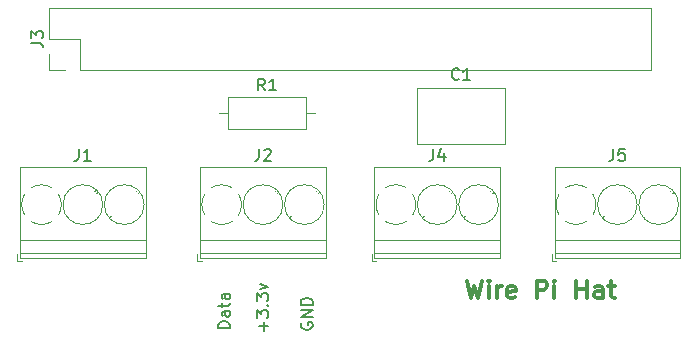
<source format=gbr>
%TF.GenerationSoftware,KiCad,Pcbnew,(5.1.8)-1*%
%TF.CreationDate,2022-03-17T13:58:37+00:00*%
%TF.ProjectId,wire_pi_hat,77697265-5f70-4695-9f68-61742e6b6963,rev?*%
%TF.SameCoordinates,Original*%
%TF.FileFunction,Legend,Top*%
%TF.FilePolarity,Positive*%
%FSLAX46Y46*%
G04 Gerber Fmt 4.6, Leading zero omitted, Abs format (unit mm)*
G04 Created by KiCad (PCBNEW (5.1.8)-1) date 2022-03-17 13:58:37*
%MOMM*%
%LPD*%
G01*
G04 APERTURE LIST*
%ADD10C,0.150000*%
%ADD11C,0.300000*%
%ADD12C,0.120000*%
G04 APERTURE END LIST*
D10*
X72202380Y-63452380D02*
X71202380Y-63452380D01*
X71202380Y-63214285D01*
X71250000Y-63071428D01*
X71345238Y-62976190D01*
X71440476Y-62928571D01*
X71630952Y-62880952D01*
X71773809Y-62880952D01*
X71964285Y-62928571D01*
X72059523Y-62976190D01*
X72154761Y-63071428D01*
X72202380Y-63214285D01*
X72202380Y-63452380D01*
X72202380Y-62023809D02*
X71678571Y-62023809D01*
X71583333Y-62071428D01*
X71535714Y-62166666D01*
X71535714Y-62357142D01*
X71583333Y-62452380D01*
X72154761Y-62023809D02*
X72202380Y-62119047D01*
X72202380Y-62357142D01*
X72154761Y-62452380D01*
X72059523Y-62500000D01*
X71964285Y-62500000D01*
X71869047Y-62452380D01*
X71821428Y-62357142D01*
X71821428Y-62119047D01*
X71773809Y-62023809D01*
X71535714Y-61690476D02*
X71535714Y-61309523D01*
X71202380Y-61547619D02*
X72059523Y-61547619D01*
X72154761Y-61500000D01*
X72202380Y-61404761D01*
X72202380Y-61309523D01*
X72202380Y-60547619D02*
X71678571Y-60547619D01*
X71583333Y-60595238D01*
X71535714Y-60690476D01*
X71535714Y-60880952D01*
X71583333Y-60976190D01*
X72154761Y-60547619D02*
X72202380Y-60642857D01*
X72202380Y-60880952D01*
X72154761Y-60976190D01*
X72059523Y-61023809D01*
X71964285Y-61023809D01*
X71869047Y-60976190D01*
X71821428Y-60880952D01*
X71821428Y-60642857D01*
X71773809Y-60547619D01*
X75071428Y-63702380D02*
X75071428Y-62940476D01*
X75452380Y-63321428D02*
X74690476Y-63321428D01*
X74452380Y-62559523D02*
X74452380Y-61940476D01*
X74833333Y-62273809D01*
X74833333Y-62130952D01*
X74880952Y-62035714D01*
X74928571Y-61988095D01*
X75023809Y-61940476D01*
X75261904Y-61940476D01*
X75357142Y-61988095D01*
X75404761Y-62035714D01*
X75452380Y-62130952D01*
X75452380Y-62416666D01*
X75404761Y-62511904D01*
X75357142Y-62559523D01*
X75357142Y-61511904D02*
X75404761Y-61464285D01*
X75452380Y-61511904D01*
X75404761Y-61559523D01*
X75357142Y-61511904D01*
X75452380Y-61511904D01*
X74452380Y-61130952D02*
X74452380Y-60511904D01*
X74833333Y-60845238D01*
X74833333Y-60702380D01*
X74880952Y-60607142D01*
X74928571Y-60559523D01*
X75023809Y-60511904D01*
X75261904Y-60511904D01*
X75357142Y-60559523D01*
X75404761Y-60607142D01*
X75452380Y-60702380D01*
X75452380Y-60988095D01*
X75404761Y-61083333D01*
X75357142Y-61130952D01*
X74785714Y-60178571D02*
X75452380Y-59940476D01*
X74785714Y-59702380D01*
X78250000Y-63011904D02*
X78202380Y-63107142D01*
X78202380Y-63250000D01*
X78250000Y-63392857D01*
X78345238Y-63488095D01*
X78440476Y-63535714D01*
X78630952Y-63583333D01*
X78773809Y-63583333D01*
X78964285Y-63535714D01*
X79059523Y-63488095D01*
X79154761Y-63392857D01*
X79202380Y-63250000D01*
X79202380Y-63154761D01*
X79154761Y-63011904D01*
X79107142Y-62964285D01*
X78773809Y-62964285D01*
X78773809Y-63154761D01*
X79202380Y-62535714D02*
X78202380Y-62535714D01*
X79202380Y-61964285D01*
X78202380Y-61964285D01*
X79202380Y-61488095D02*
X78202380Y-61488095D01*
X78202380Y-61250000D01*
X78250000Y-61107142D01*
X78345238Y-61011904D01*
X78440476Y-60964285D01*
X78630952Y-60916666D01*
X78773809Y-60916666D01*
X78964285Y-60964285D01*
X79059523Y-61011904D01*
X79154761Y-61107142D01*
X79202380Y-61250000D01*
X79202380Y-61488095D01*
D11*
X92250000Y-59428571D02*
X92607142Y-60928571D01*
X92892857Y-59857142D01*
X93178571Y-60928571D01*
X93535714Y-59428571D01*
X94107142Y-60928571D02*
X94107142Y-59928571D01*
X94107142Y-59428571D02*
X94035714Y-59500000D01*
X94107142Y-59571428D01*
X94178571Y-59500000D01*
X94107142Y-59428571D01*
X94107142Y-59571428D01*
X94821428Y-60928571D02*
X94821428Y-59928571D01*
X94821428Y-60214285D02*
X94892857Y-60071428D01*
X94964285Y-60000000D01*
X95107142Y-59928571D01*
X95250000Y-59928571D01*
X96321428Y-60857142D02*
X96178571Y-60928571D01*
X95892857Y-60928571D01*
X95750000Y-60857142D01*
X95678571Y-60714285D01*
X95678571Y-60142857D01*
X95750000Y-60000000D01*
X95892857Y-59928571D01*
X96178571Y-59928571D01*
X96321428Y-60000000D01*
X96392857Y-60142857D01*
X96392857Y-60285714D01*
X95678571Y-60428571D01*
X98178571Y-60928571D02*
X98178571Y-59428571D01*
X98750000Y-59428571D01*
X98892857Y-59500000D01*
X98964285Y-59571428D01*
X99035714Y-59714285D01*
X99035714Y-59928571D01*
X98964285Y-60071428D01*
X98892857Y-60142857D01*
X98750000Y-60214285D01*
X98178571Y-60214285D01*
X99678571Y-60928571D02*
X99678571Y-59928571D01*
X99678571Y-59428571D02*
X99607142Y-59500000D01*
X99678571Y-59571428D01*
X99750000Y-59500000D01*
X99678571Y-59428571D01*
X99678571Y-59571428D01*
X101535714Y-60928571D02*
X101535714Y-59428571D01*
X101535714Y-60142857D02*
X102392857Y-60142857D01*
X102392857Y-60928571D02*
X102392857Y-59428571D01*
X103750000Y-60928571D02*
X103750000Y-60142857D01*
X103678571Y-60000000D01*
X103535714Y-59928571D01*
X103250000Y-59928571D01*
X103107142Y-60000000D01*
X103750000Y-60857142D02*
X103607142Y-60928571D01*
X103250000Y-60928571D01*
X103107142Y-60857142D01*
X103035714Y-60714285D01*
X103035714Y-60571428D01*
X103107142Y-60428571D01*
X103250000Y-60357142D01*
X103607142Y-60357142D01*
X103750000Y-60285714D01*
X104250000Y-59928571D02*
X104821428Y-59928571D01*
X104464285Y-59428571D02*
X104464285Y-60714285D01*
X104535714Y-60857142D01*
X104678571Y-60928571D01*
X104821428Y-60928571D01*
D12*
%TO.C,R1*%
X79370000Y-45250000D02*
X78600000Y-45250000D01*
X71290000Y-45250000D02*
X72060000Y-45250000D01*
X78600000Y-43880000D02*
X72060000Y-43880000D01*
X78600000Y-46620000D02*
X78600000Y-43880000D01*
X72060000Y-46620000D02*
X78600000Y-46620000D01*
X72060000Y-43880000D02*
X72060000Y-46620000D01*
%TO.C,J5*%
X99450000Y-57800000D02*
X99850000Y-57800000D01*
X99450000Y-57160000D02*
X99450000Y-57800000D01*
X107355000Y-53941000D02*
X107226000Y-54069000D01*
X109570000Y-51725000D02*
X109476000Y-51819000D01*
X107525000Y-54181000D02*
X107431000Y-54274000D01*
X109775000Y-51931000D02*
X109646000Y-52059000D01*
X103855000Y-53941000D02*
X103726000Y-54069000D01*
X106070000Y-51725000D02*
X105976000Y-51819000D01*
X104025000Y-54181000D02*
X103931000Y-54274000D01*
X106275000Y-51931000D02*
X106146000Y-52059000D01*
X110310000Y-49840000D02*
X110310000Y-57560000D01*
X99690000Y-49840000D02*
X99690000Y-57560000D01*
X99690000Y-57560000D02*
X110310000Y-57560000D01*
X99690000Y-49840000D02*
X110310000Y-49840000D01*
X99690000Y-56000000D02*
X110310000Y-56000000D01*
X99690000Y-57100000D02*
X110310000Y-57100000D01*
X110180000Y-53000000D02*
G75*
G03*
X110180000Y-53000000I-1680000J0D01*
G01*
X106680000Y-53000000D02*
G75*
G03*
X106680000Y-53000000I-1680000J0D01*
G01*
X101528674Y-54680099D02*
G75*
G02*
X100634000Y-54440000I-28674J1680099D01*
G01*
X100074642Y-53889894D02*
G75*
G02*
X100060000Y-52134000I1425358J889894D01*
G01*
X100610106Y-51574642D02*
G75*
G02*
X102366000Y-51560000I889894J-1425358D01*
G01*
X102925505Y-52109807D02*
G75*
G02*
X102925000Y-53891000I-1425505J-890193D01*
G01*
X102390264Y-54424721D02*
G75*
G02*
X101500000Y-54680000I-890264J1424721D01*
G01*
%TO.C,J4*%
X84200000Y-57800000D02*
X84600000Y-57800000D01*
X84200000Y-57160000D02*
X84200000Y-57800000D01*
X92105000Y-53941000D02*
X91976000Y-54069000D01*
X94320000Y-51725000D02*
X94226000Y-51819000D01*
X92275000Y-54181000D02*
X92181000Y-54274000D01*
X94525000Y-51931000D02*
X94396000Y-52059000D01*
X88605000Y-53941000D02*
X88476000Y-54069000D01*
X90820000Y-51725000D02*
X90726000Y-51819000D01*
X88775000Y-54181000D02*
X88681000Y-54274000D01*
X91025000Y-51931000D02*
X90896000Y-52059000D01*
X95060000Y-49840000D02*
X95060000Y-57560000D01*
X84440000Y-49840000D02*
X84440000Y-57560000D01*
X84440000Y-57560000D02*
X95060000Y-57560000D01*
X84440000Y-49840000D02*
X95060000Y-49840000D01*
X84440000Y-56000000D02*
X95060000Y-56000000D01*
X84440000Y-57100000D02*
X95060000Y-57100000D01*
X94930000Y-53000000D02*
G75*
G03*
X94930000Y-53000000I-1680000J0D01*
G01*
X91430000Y-53000000D02*
G75*
G03*
X91430000Y-53000000I-1680000J0D01*
G01*
X86278674Y-54680099D02*
G75*
G02*
X85384000Y-54440000I-28674J1680099D01*
G01*
X84824642Y-53889894D02*
G75*
G02*
X84810000Y-52134000I1425358J889894D01*
G01*
X85360106Y-51574642D02*
G75*
G02*
X87116000Y-51560000I889894J-1425358D01*
G01*
X87675505Y-52109807D02*
G75*
G02*
X87675000Y-53891000I-1425505J-890193D01*
G01*
X87140264Y-54424721D02*
G75*
G02*
X86250000Y-54680000I-890264J1424721D01*
G01*
%TO.C,J2*%
X69450000Y-57800000D02*
X69850000Y-57800000D01*
X69450000Y-57160000D02*
X69450000Y-57800000D01*
X77355000Y-53941000D02*
X77226000Y-54069000D01*
X79570000Y-51725000D02*
X79476000Y-51819000D01*
X77525000Y-54181000D02*
X77431000Y-54274000D01*
X79775000Y-51931000D02*
X79646000Y-52059000D01*
X73855000Y-53941000D02*
X73726000Y-54069000D01*
X76070000Y-51725000D02*
X75976000Y-51819000D01*
X74025000Y-54181000D02*
X73931000Y-54274000D01*
X76275000Y-51931000D02*
X76146000Y-52059000D01*
X80310000Y-49840000D02*
X80310000Y-57560000D01*
X69690000Y-49840000D02*
X69690000Y-57560000D01*
X69690000Y-57560000D02*
X80310000Y-57560000D01*
X69690000Y-49840000D02*
X80310000Y-49840000D01*
X69690000Y-56000000D02*
X80310000Y-56000000D01*
X69690000Y-57100000D02*
X80310000Y-57100000D01*
X80180000Y-53000000D02*
G75*
G03*
X80180000Y-53000000I-1680000J0D01*
G01*
X76680000Y-53000000D02*
G75*
G03*
X76680000Y-53000000I-1680000J0D01*
G01*
X71528674Y-54680099D02*
G75*
G02*
X70634000Y-54440000I-28674J1680099D01*
G01*
X70074642Y-53889894D02*
G75*
G02*
X70060000Y-52134000I1425358J889894D01*
G01*
X70610106Y-51574642D02*
G75*
G02*
X72366000Y-51560000I889894J-1425358D01*
G01*
X72925505Y-52109807D02*
G75*
G02*
X72925000Y-53891000I-1425505J-890193D01*
G01*
X72390264Y-54424721D02*
G75*
G02*
X71500000Y-54680000I-890264J1424721D01*
G01*
%TO.C,J1*%
X54200000Y-57800000D02*
X54600000Y-57800000D01*
X54200000Y-57160000D02*
X54200000Y-57800000D01*
X62105000Y-53941000D02*
X61976000Y-54069000D01*
X64320000Y-51725000D02*
X64226000Y-51819000D01*
X62275000Y-54181000D02*
X62181000Y-54274000D01*
X64525000Y-51931000D02*
X64396000Y-52059000D01*
X58605000Y-53941000D02*
X58476000Y-54069000D01*
X60820000Y-51725000D02*
X60726000Y-51819000D01*
X58775000Y-54181000D02*
X58681000Y-54274000D01*
X61025000Y-51931000D02*
X60896000Y-52059000D01*
X65060000Y-49840000D02*
X65060000Y-57560000D01*
X54440000Y-49840000D02*
X54440000Y-57560000D01*
X54440000Y-57560000D02*
X65060000Y-57560000D01*
X54440000Y-49840000D02*
X65060000Y-49840000D01*
X54440000Y-56000000D02*
X65060000Y-56000000D01*
X54440000Y-57100000D02*
X65060000Y-57100000D01*
X64930000Y-53000000D02*
G75*
G03*
X64930000Y-53000000I-1680000J0D01*
G01*
X61430000Y-53000000D02*
G75*
G03*
X61430000Y-53000000I-1680000J0D01*
G01*
X56278674Y-54680099D02*
G75*
G02*
X55384000Y-54440000I-28674J1680099D01*
G01*
X54824642Y-53889894D02*
G75*
G02*
X54810000Y-52134000I1425358J889894D01*
G01*
X55360106Y-51574642D02*
G75*
G02*
X57116000Y-51560000I889894J-1425358D01*
G01*
X57675505Y-52109807D02*
G75*
G02*
X57675000Y-53891000I-1425505J-890193D01*
G01*
X57140264Y-54424721D02*
G75*
G02*
X56250000Y-54680000I-890264J1424721D01*
G01*
%TO.C,C1*%
X95470000Y-43130000D02*
X95470000Y-47870000D01*
X88030000Y-43130000D02*
X88030000Y-47870000D01*
X88030000Y-47870000D02*
X95470000Y-47870000D01*
X88030000Y-43130000D02*
X95470000Y-43130000D01*
%TO.C,J3*%
X56920000Y-41580000D02*
X56920000Y-40250000D01*
X58250000Y-41580000D02*
X56920000Y-41580000D01*
X56920000Y-38980000D02*
X56920000Y-36380000D01*
X59520000Y-38980000D02*
X56920000Y-38980000D01*
X59520000Y-41580000D02*
X59520000Y-38980000D01*
X56920000Y-36380000D02*
X107840000Y-36380000D01*
X59520000Y-41580000D02*
X107840000Y-41580000D01*
X107840000Y-41580000D02*
X107840000Y-36380000D01*
%TO.C,R1*%
D10*
X75163333Y-43332380D02*
X74830000Y-42856190D01*
X74591904Y-43332380D02*
X74591904Y-42332380D01*
X74972857Y-42332380D01*
X75068095Y-42380000D01*
X75115714Y-42427619D01*
X75163333Y-42522857D01*
X75163333Y-42665714D01*
X75115714Y-42760952D01*
X75068095Y-42808571D01*
X74972857Y-42856190D01*
X74591904Y-42856190D01*
X76115714Y-43332380D02*
X75544285Y-43332380D01*
X75830000Y-43332380D02*
X75830000Y-42332380D01*
X75734761Y-42475238D01*
X75639523Y-42570476D01*
X75544285Y-42618095D01*
%TO.C,J5*%
X104666666Y-48292380D02*
X104666666Y-49006666D01*
X104619047Y-49149523D01*
X104523809Y-49244761D01*
X104380952Y-49292380D01*
X104285714Y-49292380D01*
X105619047Y-48292380D02*
X105142857Y-48292380D01*
X105095238Y-48768571D01*
X105142857Y-48720952D01*
X105238095Y-48673333D01*
X105476190Y-48673333D01*
X105571428Y-48720952D01*
X105619047Y-48768571D01*
X105666666Y-48863809D01*
X105666666Y-49101904D01*
X105619047Y-49197142D01*
X105571428Y-49244761D01*
X105476190Y-49292380D01*
X105238095Y-49292380D01*
X105142857Y-49244761D01*
X105095238Y-49197142D01*
%TO.C,J4*%
X89416666Y-48292380D02*
X89416666Y-49006666D01*
X89369047Y-49149523D01*
X89273809Y-49244761D01*
X89130952Y-49292380D01*
X89035714Y-49292380D01*
X90321428Y-48625714D02*
X90321428Y-49292380D01*
X90083333Y-48244761D02*
X89845238Y-48959047D01*
X90464285Y-48959047D01*
%TO.C,J2*%
X74666666Y-48292380D02*
X74666666Y-49006666D01*
X74619047Y-49149523D01*
X74523809Y-49244761D01*
X74380952Y-49292380D01*
X74285714Y-49292380D01*
X75095238Y-48387619D02*
X75142857Y-48340000D01*
X75238095Y-48292380D01*
X75476190Y-48292380D01*
X75571428Y-48340000D01*
X75619047Y-48387619D01*
X75666666Y-48482857D01*
X75666666Y-48578095D01*
X75619047Y-48720952D01*
X75047619Y-49292380D01*
X75666666Y-49292380D01*
%TO.C,J1*%
X59416666Y-48292380D02*
X59416666Y-49006666D01*
X59369047Y-49149523D01*
X59273809Y-49244761D01*
X59130952Y-49292380D01*
X59035714Y-49292380D01*
X60416666Y-49292380D02*
X59845238Y-49292380D01*
X60130952Y-49292380D02*
X60130952Y-48292380D01*
X60035714Y-48435238D01*
X59940476Y-48530476D01*
X59845238Y-48578095D01*
%TO.C,C1*%
X91583333Y-42357142D02*
X91535714Y-42404761D01*
X91392857Y-42452380D01*
X91297619Y-42452380D01*
X91154761Y-42404761D01*
X91059523Y-42309523D01*
X91011904Y-42214285D01*
X90964285Y-42023809D01*
X90964285Y-41880952D01*
X91011904Y-41690476D01*
X91059523Y-41595238D01*
X91154761Y-41500000D01*
X91297619Y-41452380D01*
X91392857Y-41452380D01*
X91535714Y-41500000D01*
X91583333Y-41547619D01*
X92535714Y-42452380D02*
X91964285Y-42452380D01*
X92250000Y-42452380D02*
X92250000Y-41452380D01*
X92154761Y-41595238D01*
X92059523Y-41690476D01*
X91964285Y-41738095D01*
%TO.C,J3*%
X55372380Y-39313333D02*
X56086666Y-39313333D01*
X56229523Y-39360952D01*
X56324761Y-39456190D01*
X56372380Y-39599047D01*
X56372380Y-39694285D01*
X55372380Y-38932380D02*
X55372380Y-38313333D01*
X55753333Y-38646666D01*
X55753333Y-38503809D01*
X55800952Y-38408571D01*
X55848571Y-38360952D01*
X55943809Y-38313333D01*
X56181904Y-38313333D01*
X56277142Y-38360952D01*
X56324761Y-38408571D01*
X56372380Y-38503809D01*
X56372380Y-38789523D01*
X56324761Y-38884761D01*
X56277142Y-38932380D01*
%TD*%
M02*

</source>
